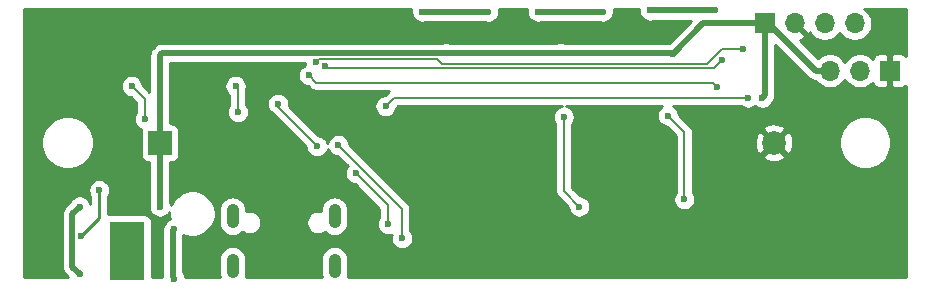
<source format=gbr>
%TF.GenerationSoftware,KiCad,Pcbnew,5.1.12-84ad8e8a86~92~ubuntu20.04.1*%
%TF.CreationDate,2021-11-18T17:44:13-07:00*%
%TF.ProjectId,snail-bot,736e6169-6c2d-4626-9f74-2e6b69636164,rev?*%
%TF.SameCoordinates,Original*%
%TF.FileFunction,Copper,L2,Bot*%
%TF.FilePolarity,Positive*%
%FSLAX46Y46*%
G04 Gerber Fmt 4.6, Leading zero omitted, Abs format (unit mm)*
G04 Created by KiCad (PCBNEW 5.1.12-84ad8e8a86~92~ubuntu20.04.1) date 2021-11-18 17:44:13*
%MOMM*%
%LPD*%
G01*
G04 APERTURE LIST*
%TA.AperFunction,ComponentPad*%
%ADD10C,0.600000*%
%TD*%
%TA.AperFunction,SMDPad,CuDef*%
%ADD11R,3.000000X5.000000*%
%TD*%
%TA.AperFunction,ComponentPad*%
%ADD12O,1.700000X1.700000*%
%TD*%
%TA.AperFunction,ComponentPad*%
%ADD13R,1.700000X1.700000*%
%TD*%
%TA.AperFunction,ComponentPad*%
%ADD14O,1.050000X2.100000*%
%TD*%
%TA.AperFunction,ComponentPad*%
%ADD15R,2.000000X2.000000*%
%TD*%
%TA.AperFunction,ComponentPad*%
%ADD16C,2.000000*%
%TD*%
%TA.AperFunction,ViaPad*%
%ADD17C,0.600000*%
%TD*%
%TA.AperFunction,Conductor*%
%ADD18C,0.500000*%
%TD*%
%TA.AperFunction,Conductor*%
%ADD19C,0.150000*%
%TD*%
%TA.AperFunction,Conductor*%
%ADD20C,0.250000*%
%TD*%
%TA.AperFunction,Conductor*%
%ADD21C,0.254000*%
%TD*%
%TA.AperFunction,Conductor*%
%ADD22C,0.100000*%
%TD*%
G04 APERTURE END LIST*
D10*
%TO.P,U5,9*%
%TO.N,N/C*%
X48400000Y-82600000D03*
X50400000Y-82600000D03*
X48400000Y-85700000D03*
X50400000Y-85700000D03*
X49400000Y-84200000D03*
D11*
X49400000Y-84200000D03*
%TD*%
D12*
%TO.P,J8,3*%
%TO.N,VCC*%
X108920000Y-68900000D03*
%TO.P,J8,2*%
%TO.N,/SERIAL*%
X111460000Y-68900000D03*
D13*
%TO.P,J8,1*%
%TO.N,GND*%
X114000000Y-68900000D03*
%TD*%
D12*
%TO.P,J6,4*%
%TO.N,/SWCLK*%
X111020000Y-64900000D03*
%TO.P,J6,3*%
%TO.N,/SWDIO*%
X108480000Y-64900000D03*
%TO.P,J6,2*%
%TO.N,GND*%
X105940000Y-64900000D03*
D13*
%TO.P,J6,1*%
%TO.N,VCC*%
X103400000Y-64900000D03*
%TD*%
D14*
%TO.P,J4,S4*%
%TO.N,Net-(J4-PadS1)*%
X67000000Y-85400000D03*
%TO.P,J4,S3*%
X58360000Y-85400000D03*
%TO.P,J4,S2*%
X67000000Y-81220000D03*
%TO.P,J4,S1*%
X58360000Y-81220000D03*
%TD*%
D15*
%TO.P,BT1,1*%
%TO.N,VCC*%
X52200000Y-75000000D03*
D16*
%TO.P,BT1,2*%
%TO.N,GND*%
X104190000Y-75000000D03*
%TD*%
D17*
%TO.N,VCC*%
X53400000Y-86500000D03*
X53400000Y-82300000D03*
X52200000Y-80400000D03*
X76400000Y-67400000D03*
X95600000Y-67500000D03*
X86100000Y-67400000D03*
X87700000Y-80400000D03*
X86400000Y-72800000D03*
X96600000Y-79800000D03*
X95200000Y-72700000D03*
X103200000Y-71200000D03*
%TO.N,GND*%
X73700000Y-80800000D03*
X83800000Y-86000000D03*
X74100000Y-86000000D03*
X83700000Y-80700000D03*
X87800000Y-86100000D03*
X92400000Y-86000000D03*
X90100000Y-80900000D03*
X95100000Y-81600000D03*
X96500000Y-86000000D03*
X101000000Y-86000000D03*
X98700000Y-80800000D03*
X101100000Y-72100000D03*
X94000000Y-73000000D03*
X92600000Y-77300000D03*
X90100000Y-77300000D03*
X87500000Y-73900000D03*
X85500000Y-74200000D03*
X78600000Y-72900000D03*
X81900000Y-76300000D03*
X103700000Y-81600000D03*
X105300000Y-85800000D03*
X115000000Y-86000000D03*
X115100000Y-64100000D03*
X115000000Y-74400000D03*
X112600000Y-64000000D03*
X108700000Y-77600000D03*
X58600000Y-79300000D03*
X65800000Y-79000000D03*
X67500000Y-77700000D03*
X62300000Y-77000000D03*
X60800000Y-71100000D03*
X55300000Y-78700000D03*
X53300000Y-79400000D03*
X75500000Y-76400000D03*
X72700000Y-74000000D03*
X46800000Y-71500000D03*
X44900000Y-72500000D03*
X53600000Y-68800000D03*
%TO.N,/MOTOR_OUT_1B*%
X80000000Y-63900000D03*
X74400000Y-63900000D03*
%TO.N,/MOTOR_OUT_2B*%
X89700000Y-63900000D03*
X84200000Y-63900000D03*
%TO.N,/MOTOR_OUT_3B*%
X99200000Y-63800000D03*
X93700000Y-63800000D03*
%TO.N,+5V*%
X45400000Y-86100000D03*
X45400000Y-80400000D03*
%TO.N,/SENSOR_2*%
X50900000Y-73000000D03*
X49800000Y-70200000D03*
%TO.N,/SENSOR_3*%
X58800000Y-72400000D03*
X58600000Y-70200000D03*
%TO.N,/SERIAL*%
X99400000Y-70300000D03*
X64800000Y-69300000D03*
%TO.N,/SWCLK*%
X65400000Y-68200000D03*
X101600000Y-67100000D03*
%TO.N,/SWDIO*%
X99800000Y-68000000D03*
X66200000Y-68500020D03*
%TO.N,/SW1*%
X101976697Y-71175011D03*
X71300000Y-71900000D03*
%TO.N,Net-(R2-Pad1)*%
X72700000Y-83100000D03*
X67300000Y-75200000D03*
%TO.N,Net-(R8-Pad2)*%
X45530073Y-82865699D03*
X47062510Y-79007755D03*
%TO.N,Net-(R9-Pad1)*%
X68800000Y-77600000D03*
X71500000Y-81900000D03*
%TO.N,/SENSOR_ENABLE*%
X65500000Y-75300000D03*
X62187500Y-71687500D03*
%TD*%
D18*
%TO.N,VCC*%
X53286996Y-82413004D02*
X53400000Y-82300000D01*
X53286996Y-86341384D02*
X53286996Y-82413004D01*
X52200000Y-75000000D02*
X52200000Y-80400000D01*
X52200000Y-75000000D02*
X52200000Y-67600000D01*
X52400000Y-67400000D02*
X76400000Y-67400000D01*
X52200000Y-67600000D02*
X52400000Y-67400000D01*
X95500000Y-67400000D02*
X95600000Y-67500000D01*
X98200000Y-64900000D02*
X103400000Y-64900000D01*
X95600000Y-67500000D02*
X98200000Y-64900000D01*
X86100000Y-67400000D02*
X95500000Y-67400000D01*
X76400000Y-67400000D02*
X86100000Y-67400000D01*
D19*
X86400000Y-79100000D02*
X86400000Y-72800000D01*
X87700000Y-80400000D02*
X86400000Y-79100000D01*
X96600000Y-74100000D02*
X95200000Y-72700000D01*
X96600000Y-79800000D02*
X96600000Y-74100000D01*
D18*
X103717919Y-64900000D02*
X103400000Y-64900000D01*
X107717919Y-68900000D02*
X103717919Y-64900000D01*
X108920000Y-68900000D02*
X107717919Y-68900000D01*
X103400000Y-71000000D02*
X103200000Y-71200000D01*
X103400000Y-64900000D02*
X103400000Y-71000000D01*
D20*
%TO.N,GND*%
X63000000Y-77700000D02*
X62300000Y-77000000D01*
X67500000Y-77700000D02*
X63000000Y-77700000D01*
X45900000Y-71500000D02*
X44900000Y-72500000D01*
X46800000Y-71500000D02*
X45900000Y-71500000D01*
D18*
X105940000Y-64900000D02*
X107500000Y-66460000D01*
%TO.N,/MOTOR_OUT_1B*%
X80000000Y-63900000D02*
X74400000Y-63900000D01*
%TO.N,/MOTOR_OUT_2B*%
X89700000Y-63900000D02*
X84200000Y-63900000D01*
%TO.N,/MOTOR_OUT_3B*%
X99200000Y-63800000D02*
X93700000Y-63800000D01*
%TO.N,+5V*%
X45400000Y-86100000D02*
X44780072Y-85480072D01*
X44780072Y-85480072D02*
X44780072Y-81019928D01*
X44780072Y-81019928D02*
X45400000Y-80400000D01*
D19*
%TO.N,/SENSOR_2*%
X50900000Y-71300000D02*
X49800000Y-70200000D01*
X50900000Y-73000000D02*
X50900000Y-71300000D01*
%TO.N,/SENSOR_3*%
X58800000Y-70400000D02*
X58600000Y-70200000D01*
X58800000Y-72400000D02*
X58800000Y-70400000D01*
%TO.N,/SERIAL*%
X99400000Y-70300000D02*
X99000000Y-69900000D01*
X65400000Y-69900000D02*
X64800000Y-69300000D01*
X99000000Y-69900000D02*
X65400000Y-69900000D01*
%TO.N,/SWCLK*%
X75698998Y-67925010D02*
X76123999Y-68350011D01*
X65674990Y-67925010D02*
X75698998Y-67925010D01*
X65400000Y-68200000D02*
X65674990Y-67925010D01*
X76123999Y-68350011D02*
X98549989Y-68350011D01*
X99800000Y-67100000D02*
X101600000Y-67100000D01*
X98549989Y-68350011D02*
X99800000Y-67100000D01*
%TO.N,/SWDIO*%
X99800000Y-68000000D02*
X99099978Y-68700022D01*
X99099978Y-68700022D02*
X66400002Y-68700022D01*
X66400002Y-68700022D02*
X66200000Y-68500020D01*
%TO.N,/SW1*%
X72575011Y-71175011D02*
X101976697Y-71175011D01*
X72024989Y-71175011D02*
X71300000Y-71900000D01*
X72575011Y-71175011D02*
X72024989Y-71175011D01*
%TO.N,Net-(R2-Pad1)*%
X72700000Y-80600000D02*
X67300000Y-75200000D01*
X72700000Y-83100000D02*
X72700000Y-80600000D01*
D20*
%TO.N,Net-(R8-Pad2)*%
X45530073Y-82865699D02*
X47062510Y-81333262D01*
X47062510Y-81333262D02*
X47062510Y-79007755D01*
D19*
%TO.N,Net-(R9-Pad1)*%
X71500000Y-80300000D02*
X71500000Y-81900000D01*
X68800000Y-77600000D02*
X71500000Y-80300000D01*
%TO.N,/SENSOR_ENABLE*%
X65500000Y-75300000D02*
X62187500Y-71987500D01*
X62187500Y-71987500D02*
X62187500Y-71687500D01*
%TD*%
D21*
%TO.N,GND*%
X115340000Y-67646112D02*
X115301185Y-67598815D01*
X115204494Y-67519463D01*
X115094180Y-67460498D01*
X114974482Y-67424188D01*
X114850000Y-67411928D01*
X114285750Y-67415000D01*
X114127000Y-67573750D01*
X114127000Y-68773000D01*
X114147000Y-68773000D01*
X114147000Y-69027000D01*
X114127000Y-69027000D01*
X114127000Y-70226250D01*
X114285750Y-70385000D01*
X114850000Y-70388072D01*
X114974482Y-70375812D01*
X115094180Y-70339502D01*
X115204494Y-70280537D01*
X115301185Y-70201185D01*
X115340000Y-70153888D01*
X115340001Y-86340000D01*
X68086307Y-86340000D01*
X68143215Y-86152400D01*
X68160000Y-85981979D01*
X68160000Y-84818021D01*
X68143215Y-84647600D01*
X68076885Y-84428940D01*
X67969171Y-84227421D01*
X67824212Y-84050788D01*
X67647578Y-83905829D01*
X67446059Y-83798115D01*
X67227399Y-83731785D01*
X67000000Y-83709388D01*
X66772600Y-83731785D01*
X66553940Y-83798115D01*
X66352421Y-83905829D01*
X66175788Y-84050788D01*
X66030829Y-84227422D01*
X65923115Y-84428941D01*
X65856785Y-84647601D01*
X65840000Y-84818022D01*
X65840000Y-85981979D01*
X65856785Y-86152400D01*
X65913693Y-86340000D01*
X59446307Y-86340000D01*
X59503215Y-86152400D01*
X59520000Y-85981979D01*
X59520000Y-84818021D01*
X59503215Y-84647600D01*
X59436885Y-84428940D01*
X59329171Y-84227421D01*
X59184212Y-84050788D01*
X59007578Y-83905829D01*
X58806059Y-83798115D01*
X58587399Y-83731785D01*
X58360000Y-83709388D01*
X58132600Y-83731785D01*
X57913940Y-83798115D01*
X57712421Y-83905829D01*
X57535788Y-84050788D01*
X57390829Y-84227422D01*
X57283115Y-84428941D01*
X57216785Y-84647601D01*
X57200000Y-84818022D01*
X57200000Y-85981979D01*
X57216785Y-86152400D01*
X57273693Y-86340000D01*
X54321491Y-86340000D01*
X54299068Y-86227271D01*
X54228586Y-86057111D01*
X54171996Y-85972418D01*
X54171996Y-82827582D01*
X54192283Y-82797220D01*
X54379748Y-82874870D01*
X54757449Y-82950000D01*
X55142551Y-82950000D01*
X55520252Y-82874870D01*
X55876040Y-82727498D01*
X56196240Y-82513547D01*
X56468547Y-82241240D01*
X56682498Y-81921040D01*
X56829870Y-81565252D01*
X56905000Y-81187551D01*
X56905000Y-80802449D01*
X56872294Y-80638022D01*
X57200000Y-80638022D01*
X57200000Y-81801979D01*
X57216785Y-81972400D01*
X57283115Y-82191060D01*
X57390830Y-82392579D01*
X57535789Y-82569212D01*
X57712422Y-82714171D01*
X57913941Y-82821885D01*
X58132601Y-82888215D01*
X58360000Y-82910612D01*
X58587400Y-82888215D01*
X58806060Y-82821885D01*
X59007579Y-82714171D01*
X59184212Y-82569212D01*
X59205062Y-82543806D01*
X59323428Y-82622896D01*
X59502686Y-82697147D01*
X59692986Y-82735000D01*
X59887014Y-82735000D01*
X60077314Y-82697147D01*
X60256572Y-82622896D01*
X60417901Y-82515099D01*
X60555099Y-82377901D01*
X60662896Y-82216572D01*
X60737147Y-82037314D01*
X60775000Y-81847014D01*
X60775000Y-81652986D01*
X64585000Y-81652986D01*
X64585000Y-81847014D01*
X64622853Y-82037314D01*
X64697104Y-82216572D01*
X64804901Y-82377901D01*
X64942099Y-82515099D01*
X65103428Y-82622896D01*
X65282686Y-82697147D01*
X65472986Y-82735000D01*
X65667014Y-82735000D01*
X65857314Y-82697147D01*
X66036572Y-82622896D01*
X66154939Y-82543806D01*
X66175789Y-82569212D01*
X66352422Y-82714171D01*
X66553941Y-82821885D01*
X66772601Y-82888215D01*
X67000000Y-82910612D01*
X67227400Y-82888215D01*
X67446060Y-82821885D01*
X67647579Y-82714171D01*
X67824212Y-82569212D01*
X67969171Y-82392579D01*
X68076885Y-82191060D01*
X68143215Y-81972400D01*
X68160000Y-81801979D01*
X68160000Y-80638021D01*
X68143215Y-80467600D01*
X68076885Y-80248940D01*
X67969171Y-80047421D01*
X67824212Y-79870788D01*
X67647578Y-79725829D01*
X67446059Y-79618115D01*
X67227399Y-79551785D01*
X67000000Y-79529388D01*
X66772600Y-79551785D01*
X66553940Y-79618115D01*
X66352421Y-79725829D01*
X66175788Y-79870788D01*
X66030829Y-80047422D01*
X65923115Y-80248941D01*
X65856785Y-80467601D01*
X65840000Y-80638022D01*
X65840000Y-80799409D01*
X65667014Y-80765000D01*
X65472986Y-80765000D01*
X65282686Y-80802853D01*
X65103428Y-80877104D01*
X64942099Y-80984901D01*
X64804901Y-81122099D01*
X64697104Y-81283428D01*
X64622853Y-81462686D01*
X64585000Y-81652986D01*
X60775000Y-81652986D01*
X60737147Y-81462686D01*
X60662896Y-81283428D01*
X60555099Y-81122099D01*
X60417901Y-80984901D01*
X60256572Y-80877104D01*
X60077314Y-80802853D01*
X59887014Y-80765000D01*
X59692986Y-80765000D01*
X59520000Y-80799409D01*
X59520000Y-80638021D01*
X59503215Y-80467600D01*
X59436885Y-80248940D01*
X59329171Y-80047421D01*
X59184212Y-79870788D01*
X59007578Y-79725829D01*
X58806059Y-79618115D01*
X58587399Y-79551785D01*
X58360000Y-79529388D01*
X58132600Y-79551785D01*
X57913940Y-79618115D01*
X57712421Y-79725829D01*
X57535788Y-79870788D01*
X57390829Y-80047422D01*
X57283115Y-80248941D01*
X57216785Y-80467601D01*
X57200000Y-80638022D01*
X56872294Y-80638022D01*
X56829870Y-80424748D01*
X56682498Y-80068960D01*
X56468547Y-79748760D01*
X56196240Y-79476453D01*
X55876040Y-79262502D01*
X55520252Y-79115130D01*
X55142551Y-79040000D01*
X54757449Y-79040000D01*
X54379748Y-79115130D01*
X54023960Y-79262502D01*
X53703760Y-79476453D01*
X53431453Y-79748760D01*
X53217502Y-80068960D01*
X53129655Y-80281041D01*
X53099068Y-80127271D01*
X53085000Y-80093308D01*
X53085000Y-76638072D01*
X53200000Y-76638072D01*
X53324482Y-76625812D01*
X53444180Y-76589502D01*
X53554494Y-76530537D01*
X53651185Y-76451185D01*
X53730537Y-76354494D01*
X53789502Y-76244180D01*
X53825812Y-76124482D01*
X53838072Y-76000000D01*
X53838072Y-74000000D01*
X53825812Y-73875518D01*
X53789502Y-73755820D01*
X53730537Y-73645506D01*
X53651185Y-73548815D01*
X53554494Y-73469463D01*
X53444180Y-73410498D01*
X53324482Y-73374188D01*
X53200000Y-73361928D01*
X53085000Y-73361928D01*
X53085000Y-70107911D01*
X57665000Y-70107911D01*
X57665000Y-70292089D01*
X57700932Y-70472729D01*
X57771414Y-70642889D01*
X57873738Y-70796028D01*
X58003972Y-70926262D01*
X58090001Y-70983744D01*
X58090000Y-71787710D01*
X58073738Y-71803972D01*
X57971414Y-71957111D01*
X57900932Y-72127271D01*
X57865000Y-72307911D01*
X57865000Y-72492089D01*
X57900932Y-72672729D01*
X57971414Y-72842889D01*
X58073738Y-72996028D01*
X58203972Y-73126262D01*
X58357111Y-73228586D01*
X58527271Y-73299068D01*
X58707911Y-73335000D01*
X58892089Y-73335000D01*
X59072729Y-73299068D01*
X59242889Y-73228586D01*
X59396028Y-73126262D01*
X59526262Y-72996028D01*
X59628586Y-72842889D01*
X59699068Y-72672729D01*
X59735000Y-72492089D01*
X59735000Y-72307911D01*
X59699068Y-72127271D01*
X59628586Y-71957111D01*
X59526262Y-71803972D01*
X59510000Y-71787710D01*
X59510000Y-71595411D01*
X61252500Y-71595411D01*
X61252500Y-71779589D01*
X61288432Y-71960229D01*
X61358914Y-72130389D01*
X61461238Y-72283528D01*
X61591472Y-72413762D01*
X61652065Y-72454249D01*
X61683025Y-72491974D01*
X61710117Y-72514208D01*
X64565000Y-75369092D01*
X64565000Y-75392089D01*
X64600932Y-75572729D01*
X64671414Y-75742889D01*
X64773738Y-75896028D01*
X64903972Y-76026262D01*
X65057111Y-76128586D01*
X65227271Y-76199068D01*
X65407911Y-76235000D01*
X65592089Y-76235000D01*
X65772729Y-76199068D01*
X65942889Y-76128586D01*
X66096028Y-76026262D01*
X66226262Y-75896028D01*
X66328586Y-75742889D01*
X66399068Y-75572729D01*
X66413111Y-75502132D01*
X66471414Y-75642889D01*
X66573738Y-75796028D01*
X66703972Y-75926262D01*
X66857111Y-76028586D01*
X67027271Y-76099068D01*
X67207911Y-76135000D01*
X67230909Y-76135000D01*
X68086809Y-76990901D01*
X68073738Y-77003972D01*
X67971414Y-77157111D01*
X67900932Y-77327271D01*
X67865000Y-77507911D01*
X67865000Y-77692089D01*
X67900932Y-77872729D01*
X67971414Y-78042889D01*
X68073738Y-78196028D01*
X68203972Y-78326262D01*
X68357111Y-78428586D01*
X68527271Y-78499068D01*
X68707911Y-78535000D01*
X68730909Y-78535000D01*
X70790000Y-80594091D01*
X70790001Y-81287709D01*
X70773738Y-81303972D01*
X70671414Y-81457111D01*
X70600932Y-81627271D01*
X70565000Y-81807911D01*
X70565000Y-81992089D01*
X70600932Y-82172729D01*
X70671414Y-82342889D01*
X70773738Y-82496028D01*
X70903972Y-82626262D01*
X71057111Y-82728586D01*
X71227271Y-82799068D01*
X71407911Y-82835000D01*
X71592089Y-82835000D01*
X71772729Y-82799068D01*
X71820874Y-82779126D01*
X71800932Y-82827271D01*
X71765000Y-83007911D01*
X71765000Y-83192089D01*
X71800932Y-83372729D01*
X71871414Y-83542889D01*
X71973738Y-83696028D01*
X72103972Y-83826262D01*
X72257111Y-83928586D01*
X72427271Y-83999068D01*
X72607911Y-84035000D01*
X72792089Y-84035000D01*
X72972729Y-83999068D01*
X73142889Y-83928586D01*
X73296028Y-83826262D01*
X73426262Y-83696028D01*
X73528586Y-83542889D01*
X73599068Y-83372729D01*
X73635000Y-83192089D01*
X73635000Y-83007911D01*
X73599068Y-82827271D01*
X73528586Y-82657111D01*
X73426262Y-82503972D01*
X73410000Y-82487710D01*
X73410000Y-80634874D01*
X73413435Y-80599999D01*
X73407445Y-80539185D01*
X73399727Y-80460816D01*
X73359128Y-80326980D01*
X73293200Y-80203637D01*
X73204475Y-80095525D01*
X73177384Y-80073292D01*
X68235000Y-75130909D01*
X68235000Y-75107911D01*
X68199068Y-74927271D01*
X68128586Y-74757111D01*
X68026262Y-74603972D01*
X67896028Y-74473738D01*
X67742889Y-74371414D01*
X67572729Y-74300932D01*
X67392089Y-74265000D01*
X67207911Y-74265000D01*
X67027271Y-74300932D01*
X66857111Y-74371414D01*
X66703972Y-74473738D01*
X66573738Y-74603972D01*
X66471414Y-74757111D01*
X66400932Y-74927271D01*
X66386889Y-74997868D01*
X66328586Y-74857111D01*
X66226262Y-74703972D01*
X66096028Y-74573738D01*
X65942889Y-74471414D01*
X65772729Y-74400932D01*
X65592089Y-74365000D01*
X65569092Y-74365000D01*
X63099468Y-71895377D01*
X63122500Y-71779589D01*
X63122500Y-71595411D01*
X63086568Y-71414771D01*
X63016086Y-71244611D01*
X62913762Y-71091472D01*
X62783528Y-70961238D01*
X62630389Y-70858914D01*
X62460229Y-70788432D01*
X62279589Y-70752500D01*
X62095411Y-70752500D01*
X61914771Y-70788432D01*
X61744611Y-70858914D01*
X61591472Y-70961238D01*
X61461238Y-71091472D01*
X61358914Y-71244611D01*
X61288432Y-71414771D01*
X61252500Y-71595411D01*
X59510000Y-71595411D01*
X59510000Y-70434875D01*
X59513337Y-70400995D01*
X59535000Y-70292089D01*
X59535000Y-70107911D01*
X59499068Y-69927271D01*
X59428586Y-69757111D01*
X59326262Y-69603972D01*
X59196028Y-69473738D01*
X59042889Y-69371414D01*
X58872729Y-69300932D01*
X58692089Y-69265000D01*
X58507911Y-69265000D01*
X58327271Y-69300932D01*
X58157111Y-69371414D01*
X58003972Y-69473738D01*
X57873738Y-69603972D01*
X57771414Y-69757111D01*
X57700932Y-69927271D01*
X57665000Y-70107911D01*
X53085000Y-70107911D01*
X53085000Y-68285000D01*
X64465000Y-68285000D01*
X64465000Y-68292089D01*
X64489743Y-68416477D01*
X64357111Y-68471414D01*
X64203972Y-68573738D01*
X64073738Y-68703972D01*
X63971414Y-68857111D01*
X63900932Y-69027271D01*
X63865000Y-69207911D01*
X63865000Y-69392089D01*
X63900932Y-69572729D01*
X63971414Y-69742889D01*
X64073738Y-69896028D01*
X64203972Y-70026262D01*
X64357111Y-70128586D01*
X64527271Y-70199068D01*
X64707911Y-70235000D01*
X64730908Y-70235000D01*
X64873292Y-70377384D01*
X64895525Y-70404475D01*
X65003637Y-70493200D01*
X65126980Y-70559128D01*
X65260816Y-70599727D01*
X65365123Y-70610000D01*
X65365124Y-70610000D01*
X65399999Y-70613435D01*
X65434874Y-70610000D01*
X71594278Y-70610000D01*
X71520514Y-70670536D01*
X71498281Y-70697627D01*
X71230908Y-70965000D01*
X71207911Y-70965000D01*
X71027271Y-71000932D01*
X70857111Y-71071414D01*
X70703972Y-71173738D01*
X70573738Y-71303972D01*
X70471414Y-71457111D01*
X70400932Y-71627271D01*
X70365000Y-71807911D01*
X70365000Y-71992089D01*
X70400932Y-72172729D01*
X70471414Y-72342889D01*
X70573738Y-72496028D01*
X70703972Y-72626262D01*
X70857111Y-72728586D01*
X71027271Y-72799068D01*
X71207911Y-72835000D01*
X71392089Y-72835000D01*
X71572729Y-72799068D01*
X71742889Y-72728586D01*
X71896028Y-72626262D01*
X72026262Y-72496028D01*
X72128586Y-72342889D01*
X72199068Y-72172729D01*
X72235000Y-71992089D01*
X72235000Y-71969092D01*
X72319081Y-71885011D01*
X86207310Y-71885011D01*
X86127271Y-71900932D01*
X85957111Y-71971414D01*
X85803972Y-72073738D01*
X85673738Y-72203972D01*
X85571414Y-72357111D01*
X85500932Y-72527271D01*
X85465000Y-72707911D01*
X85465000Y-72892089D01*
X85500932Y-73072729D01*
X85571414Y-73242889D01*
X85673738Y-73396028D01*
X85690001Y-73412291D01*
X85690000Y-79065125D01*
X85686565Y-79100000D01*
X85690000Y-79134875D01*
X85690000Y-79134876D01*
X85700273Y-79239183D01*
X85740872Y-79373019D01*
X85806800Y-79496362D01*
X85895525Y-79604474D01*
X85922617Y-79626708D01*
X86765000Y-80469091D01*
X86765000Y-80492089D01*
X86800932Y-80672729D01*
X86871414Y-80842889D01*
X86973738Y-80996028D01*
X87103972Y-81126262D01*
X87257111Y-81228586D01*
X87427271Y-81299068D01*
X87607911Y-81335000D01*
X87792089Y-81335000D01*
X87972729Y-81299068D01*
X88142889Y-81228586D01*
X88296028Y-81126262D01*
X88426262Y-80996028D01*
X88528586Y-80842889D01*
X88599068Y-80672729D01*
X88635000Y-80492089D01*
X88635000Y-80307911D01*
X88599068Y-80127271D01*
X88528586Y-79957111D01*
X88426262Y-79803972D01*
X88296028Y-79673738D01*
X88142889Y-79571414D01*
X87972729Y-79500932D01*
X87792089Y-79465000D01*
X87769091Y-79465000D01*
X87110000Y-78805909D01*
X87110000Y-73412290D01*
X87126262Y-73396028D01*
X87228586Y-73242889D01*
X87299068Y-73072729D01*
X87335000Y-72892089D01*
X87335000Y-72707911D01*
X87299068Y-72527271D01*
X87228586Y-72357111D01*
X87126262Y-72203972D01*
X86996028Y-72073738D01*
X86842889Y-71971414D01*
X86672729Y-71900932D01*
X86592690Y-71885011D01*
X94736762Y-71885011D01*
X94603972Y-71973738D01*
X94473738Y-72103972D01*
X94371414Y-72257111D01*
X94300932Y-72427271D01*
X94265000Y-72607911D01*
X94265000Y-72792089D01*
X94300932Y-72972729D01*
X94371414Y-73142889D01*
X94473738Y-73296028D01*
X94603972Y-73426262D01*
X94757111Y-73528586D01*
X94927271Y-73599068D01*
X95107911Y-73635000D01*
X95130909Y-73635000D01*
X95890001Y-74394093D01*
X95890000Y-79187710D01*
X95873738Y-79203972D01*
X95771414Y-79357111D01*
X95700932Y-79527271D01*
X95665000Y-79707911D01*
X95665000Y-79892089D01*
X95700932Y-80072729D01*
X95771414Y-80242889D01*
X95873738Y-80396028D01*
X96003972Y-80526262D01*
X96157111Y-80628586D01*
X96327271Y-80699068D01*
X96507911Y-80735000D01*
X96692089Y-80735000D01*
X96872729Y-80699068D01*
X97042889Y-80628586D01*
X97196028Y-80526262D01*
X97326262Y-80396028D01*
X97428586Y-80242889D01*
X97499068Y-80072729D01*
X97535000Y-79892089D01*
X97535000Y-79707911D01*
X97499068Y-79527271D01*
X97428586Y-79357111D01*
X97326262Y-79203972D01*
X97310000Y-79187710D01*
X97310000Y-76135413D01*
X103234192Y-76135413D01*
X103329956Y-76399814D01*
X103619571Y-76540704D01*
X103931108Y-76622384D01*
X104252595Y-76641718D01*
X104571675Y-76597961D01*
X104876088Y-76492795D01*
X105050044Y-76399814D01*
X105145808Y-76135413D01*
X104190000Y-75179605D01*
X103234192Y-76135413D01*
X97310000Y-76135413D01*
X97310000Y-75062595D01*
X102548282Y-75062595D01*
X102592039Y-75381675D01*
X102697205Y-75686088D01*
X102790186Y-75860044D01*
X103054587Y-75955808D01*
X104010395Y-75000000D01*
X104369605Y-75000000D01*
X105325413Y-75955808D01*
X105589814Y-75860044D01*
X105730704Y-75570429D01*
X105812384Y-75258892D01*
X105831718Y-74937405D01*
X105810115Y-74779872D01*
X109665000Y-74779872D01*
X109665000Y-75220128D01*
X109750890Y-75651925D01*
X109919369Y-76058669D01*
X110163962Y-76424729D01*
X110475271Y-76736038D01*
X110841331Y-76980631D01*
X111248075Y-77149110D01*
X111679872Y-77235000D01*
X112120128Y-77235000D01*
X112551925Y-77149110D01*
X112958669Y-76980631D01*
X113324729Y-76736038D01*
X113636038Y-76424729D01*
X113880631Y-76058669D01*
X114049110Y-75651925D01*
X114135000Y-75220128D01*
X114135000Y-74779872D01*
X114049110Y-74348075D01*
X113880631Y-73941331D01*
X113636038Y-73575271D01*
X113324729Y-73263962D01*
X112958669Y-73019369D01*
X112551925Y-72850890D01*
X112120128Y-72765000D01*
X111679872Y-72765000D01*
X111248075Y-72850890D01*
X110841331Y-73019369D01*
X110475271Y-73263962D01*
X110163962Y-73575271D01*
X109919369Y-73941331D01*
X109750890Y-74348075D01*
X109665000Y-74779872D01*
X105810115Y-74779872D01*
X105787961Y-74618325D01*
X105682795Y-74313912D01*
X105589814Y-74139956D01*
X105325413Y-74044192D01*
X104369605Y-75000000D01*
X104010395Y-75000000D01*
X103054587Y-74044192D01*
X102790186Y-74139956D01*
X102649296Y-74429571D01*
X102567616Y-74741108D01*
X102548282Y-75062595D01*
X97310000Y-75062595D01*
X97310000Y-74134875D01*
X97313435Y-74100000D01*
X97310000Y-74065123D01*
X97299727Y-73960816D01*
X97270537Y-73864587D01*
X103234192Y-73864587D01*
X104190000Y-74820395D01*
X105145808Y-73864587D01*
X105050044Y-73600186D01*
X104760429Y-73459296D01*
X104448892Y-73377616D01*
X104127405Y-73358282D01*
X103808325Y-73402039D01*
X103503912Y-73507205D01*
X103329956Y-73600186D01*
X103234192Y-73864587D01*
X97270537Y-73864587D01*
X97259128Y-73826980D01*
X97193200Y-73703637D01*
X97104475Y-73595525D01*
X97077384Y-73573292D01*
X96135000Y-72630909D01*
X96135000Y-72607911D01*
X96099068Y-72427271D01*
X96028586Y-72257111D01*
X95926262Y-72103972D01*
X95796028Y-71973738D01*
X95663238Y-71885011D01*
X101364407Y-71885011D01*
X101380669Y-71901273D01*
X101533808Y-72003597D01*
X101703968Y-72074079D01*
X101884608Y-72110011D01*
X102068786Y-72110011D01*
X102249426Y-72074079D01*
X102419586Y-72003597D01*
X102572725Y-71901273D01*
X102575854Y-71898144D01*
X102603972Y-71926262D01*
X102757111Y-72028586D01*
X102927271Y-72099068D01*
X103107911Y-72135000D01*
X103292089Y-72135000D01*
X103472729Y-72099068D01*
X103642889Y-72028586D01*
X103796028Y-71926262D01*
X103926262Y-71796028D01*
X104028586Y-71642889D01*
X104040119Y-71615046D01*
X104139411Y-71494059D01*
X104221589Y-71340313D01*
X104272195Y-71173490D01*
X104285000Y-71043477D01*
X104285000Y-71043469D01*
X104289281Y-71000000D01*
X104285000Y-70956531D01*
X104285000Y-66718659D01*
X107061389Y-69495049D01*
X107089102Y-69528817D01*
X107122870Y-69556530D01*
X107122872Y-69556532D01*
X107179994Y-69603411D01*
X107223860Y-69639411D01*
X107377606Y-69721589D01*
X107544429Y-69772195D01*
X107674442Y-69785000D01*
X107674452Y-69785000D01*
X107717918Y-69789281D01*
X107727569Y-69788330D01*
X107766525Y-69846632D01*
X107973368Y-70053475D01*
X108216589Y-70215990D01*
X108486842Y-70327932D01*
X108773740Y-70385000D01*
X109066260Y-70385000D01*
X109353158Y-70327932D01*
X109623411Y-70215990D01*
X109866632Y-70053475D01*
X110073475Y-69846632D01*
X110190000Y-69672240D01*
X110306525Y-69846632D01*
X110513368Y-70053475D01*
X110756589Y-70215990D01*
X111026842Y-70327932D01*
X111313740Y-70385000D01*
X111606260Y-70385000D01*
X111893158Y-70327932D01*
X112163411Y-70215990D01*
X112406632Y-70053475D01*
X112538487Y-69921620D01*
X112560498Y-69994180D01*
X112619463Y-70104494D01*
X112698815Y-70201185D01*
X112795506Y-70280537D01*
X112905820Y-70339502D01*
X113025518Y-70375812D01*
X113150000Y-70388072D01*
X113714250Y-70385000D01*
X113873000Y-70226250D01*
X113873000Y-69027000D01*
X113853000Y-69027000D01*
X113853000Y-68773000D01*
X113873000Y-68773000D01*
X113873000Y-67573750D01*
X113714250Y-67415000D01*
X113150000Y-67411928D01*
X113025518Y-67424188D01*
X112905820Y-67460498D01*
X112795506Y-67519463D01*
X112698815Y-67598815D01*
X112619463Y-67695506D01*
X112560498Y-67805820D01*
X112538487Y-67878380D01*
X112406632Y-67746525D01*
X112163411Y-67584010D01*
X111893158Y-67472068D01*
X111606260Y-67415000D01*
X111313740Y-67415000D01*
X111026842Y-67472068D01*
X110756589Y-67584010D01*
X110513368Y-67746525D01*
X110306525Y-67953368D01*
X110190000Y-68127760D01*
X110073475Y-67953368D01*
X109866632Y-67746525D01*
X109623411Y-67584010D01*
X109353158Y-67472068D01*
X109066260Y-67415000D01*
X108773740Y-67415000D01*
X108486842Y-67472068D01*
X108216589Y-67584010D01*
X107973368Y-67746525D01*
X107894695Y-67825198D01*
X106384423Y-66314926D01*
X106444099Y-66296825D01*
X106706920Y-66171641D01*
X106940269Y-65997588D01*
X107135178Y-65781355D01*
X107204805Y-65664466D01*
X107326525Y-65846632D01*
X107533368Y-66053475D01*
X107776589Y-66215990D01*
X108046842Y-66327932D01*
X108333740Y-66385000D01*
X108626260Y-66385000D01*
X108913158Y-66327932D01*
X109183411Y-66215990D01*
X109426632Y-66053475D01*
X109633475Y-65846632D01*
X109750000Y-65672240D01*
X109866525Y-65846632D01*
X110073368Y-66053475D01*
X110316589Y-66215990D01*
X110586842Y-66327932D01*
X110873740Y-66385000D01*
X111166260Y-66385000D01*
X111453158Y-66327932D01*
X111723411Y-66215990D01*
X111966632Y-66053475D01*
X112173475Y-65846632D01*
X112335990Y-65603411D01*
X112447932Y-65333158D01*
X112505000Y-65046260D01*
X112505000Y-64753740D01*
X112447932Y-64466842D01*
X112335990Y-64196589D01*
X112173475Y-63953368D01*
X111966632Y-63746525D01*
X111837138Y-63660000D01*
X115340000Y-63660000D01*
X115340000Y-67646112D01*
%TA.AperFunction,Conductor*%
D22*
G36*
X115340000Y-67646112D02*
G01*
X115301185Y-67598815D01*
X115204494Y-67519463D01*
X115094180Y-67460498D01*
X114974482Y-67424188D01*
X114850000Y-67411928D01*
X114285750Y-67415000D01*
X114127000Y-67573750D01*
X114127000Y-68773000D01*
X114147000Y-68773000D01*
X114147000Y-69027000D01*
X114127000Y-69027000D01*
X114127000Y-70226250D01*
X114285750Y-70385000D01*
X114850000Y-70388072D01*
X114974482Y-70375812D01*
X115094180Y-70339502D01*
X115204494Y-70280537D01*
X115301185Y-70201185D01*
X115340000Y-70153888D01*
X115340001Y-86340000D01*
X68086307Y-86340000D01*
X68143215Y-86152400D01*
X68160000Y-85981979D01*
X68160000Y-84818021D01*
X68143215Y-84647600D01*
X68076885Y-84428940D01*
X67969171Y-84227421D01*
X67824212Y-84050788D01*
X67647578Y-83905829D01*
X67446059Y-83798115D01*
X67227399Y-83731785D01*
X67000000Y-83709388D01*
X66772600Y-83731785D01*
X66553940Y-83798115D01*
X66352421Y-83905829D01*
X66175788Y-84050788D01*
X66030829Y-84227422D01*
X65923115Y-84428941D01*
X65856785Y-84647601D01*
X65840000Y-84818022D01*
X65840000Y-85981979D01*
X65856785Y-86152400D01*
X65913693Y-86340000D01*
X59446307Y-86340000D01*
X59503215Y-86152400D01*
X59520000Y-85981979D01*
X59520000Y-84818021D01*
X59503215Y-84647600D01*
X59436885Y-84428940D01*
X59329171Y-84227421D01*
X59184212Y-84050788D01*
X59007578Y-83905829D01*
X58806059Y-83798115D01*
X58587399Y-83731785D01*
X58360000Y-83709388D01*
X58132600Y-83731785D01*
X57913940Y-83798115D01*
X57712421Y-83905829D01*
X57535788Y-84050788D01*
X57390829Y-84227422D01*
X57283115Y-84428941D01*
X57216785Y-84647601D01*
X57200000Y-84818022D01*
X57200000Y-85981979D01*
X57216785Y-86152400D01*
X57273693Y-86340000D01*
X54321491Y-86340000D01*
X54299068Y-86227271D01*
X54228586Y-86057111D01*
X54171996Y-85972418D01*
X54171996Y-82827582D01*
X54192283Y-82797220D01*
X54379748Y-82874870D01*
X54757449Y-82950000D01*
X55142551Y-82950000D01*
X55520252Y-82874870D01*
X55876040Y-82727498D01*
X56196240Y-82513547D01*
X56468547Y-82241240D01*
X56682498Y-81921040D01*
X56829870Y-81565252D01*
X56905000Y-81187551D01*
X56905000Y-80802449D01*
X56872294Y-80638022D01*
X57200000Y-80638022D01*
X57200000Y-81801979D01*
X57216785Y-81972400D01*
X57283115Y-82191060D01*
X57390830Y-82392579D01*
X57535789Y-82569212D01*
X57712422Y-82714171D01*
X57913941Y-82821885D01*
X58132601Y-82888215D01*
X58360000Y-82910612D01*
X58587400Y-82888215D01*
X58806060Y-82821885D01*
X59007579Y-82714171D01*
X59184212Y-82569212D01*
X59205062Y-82543806D01*
X59323428Y-82622896D01*
X59502686Y-82697147D01*
X59692986Y-82735000D01*
X59887014Y-82735000D01*
X60077314Y-82697147D01*
X60256572Y-82622896D01*
X60417901Y-82515099D01*
X60555099Y-82377901D01*
X60662896Y-82216572D01*
X60737147Y-82037314D01*
X60775000Y-81847014D01*
X60775000Y-81652986D01*
X64585000Y-81652986D01*
X64585000Y-81847014D01*
X64622853Y-82037314D01*
X64697104Y-82216572D01*
X64804901Y-82377901D01*
X64942099Y-82515099D01*
X65103428Y-82622896D01*
X65282686Y-82697147D01*
X65472986Y-82735000D01*
X65667014Y-82735000D01*
X65857314Y-82697147D01*
X66036572Y-82622896D01*
X66154939Y-82543806D01*
X66175789Y-82569212D01*
X66352422Y-82714171D01*
X66553941Y-82821885D01*
X66772601Y-82888215D01*
X67000000Y-82910612D01*
X67227400Y-82888215D01*
X67446060Y-82821885D01*
X67647579Y-82714171D01*
X67824212Y-82569212D01*
X67969171Y-82392579D01*
X68076885Y-82191060D01*
X68143215Y-81972400D01*
X68160000Y-81801979D01*
X68160000Y-80638021D01*
X68143215Y-80467600D01*
X68076885Y-80248940D01*
X67969171Y-80047421D01*
X67824212Y-79870788D01*
X67647578Y-79725829D01*
X67446059Y-79618115D01*
X67227399Y-79551785D01*
X67000000Y-79529388D01*
X66772600Y-79551785D01*
X66553940Y-79618115D01*
X66352421Y-79725829D01*
X66175788Y-79870788D01*
X66030829Y-80047422D01*
X65923115Y-80248941D01*
X65856785Y-80467601D01*
X65840000Y-80638022D01*
X65840000Y-80799409D01*
X65667014Y-80765000D01*
X65472986Y-80765000D01*
X65282686Y-80802853D01*
X65103428Y-80877104D01*
X64942099Y-80984901D01*
X64804901Y-81122099D01*
X64697104Y-81283428D01*
X64622853Y-81462686D01*
X64585000Y-81652986D01*
X60775000Y-81652986D01*
X60737147Y-81462686D01*
X60662896Y-81283428D01*
X60555099Y-81122099D01*
X60417901Y-80984901D01*
X60256572Y-80877104D01*
X60077314Y-80802853D01*
X59887014Y-80765000D01*
X59692986Y-80765000D01*
X59520000Y-80799409D01*
X59520000Y-80638021D01*
X59503215Y-80467600D01*
X59436885Y-80248940D01*
X59329171Y-80047421D01*
X59184212Y-79870788D01*
X59007578Y-79725829D01*
X58806059Y-79618115D01*
X58587399Y-79551785D01*
X58360000Y-79529388D01*
X58132600Y-79551785D01*
X57913940Y-79618115D01*
X57712421Y-79725829D01*
X57535788Y-79870788D01*
X57390829Y-80047422D01*
X57283115Y-80248941D01*
X57216785Y-80467601D01*
X57200000Y-80638022D01*
X56872294Y-80638022D01*
X56829870Y-80424748D01*
X56682498Y-80068960D01*
X56468547Y-79748760D01*
X56196240Y-79476453D01*
X55876040Y-79262502D01*
X55520252Y-79115130D01*
X55142551Y-79040000D01*
X54757449Y-79040000D01*
X54379748Y-79115130D01*
X54023960Y-79262502D01*
X53703760Y-79476453D01*
X53431453Y-79748760D01*
X53217502Y-80068960D01*
X53129655Y-80281041D01*
X53099068Y-80127271D01*
X53085000Y-80093308D01*
X53085000Y-76638072D01*
X53200000Y-76638072D01*
X53324482Y-76625812D01*
X53444180Y-76589502D01*
X53554494Y-76530537D01*
X53651185Y-76451185D01*
X53730537Y-76354494D01*
X53789502Y-76244180D01*
X53825812Y-76124482D01*
X53838072Y-76000000D01*
X53838072Y-74000000D01*
X53825812Y-73875518D01*
X53789502Y-73755820D01*
X53730537Y-73645506D01*
X53651185Y-73548815D01*
X53554494Y-73469463D01*
X53444180Y-73410498D01*
X53324482Y-73374188D01*
X53200000Y-73361928D01*
X53085000Y-73361928D01*
X53085000Y-70107911D01*
X57665000Y-70107911D01*
X57665000Y-70292089D01*
X57700932Y-70472729D01*
X57771414Y-70642889D01*
X57873738Y-70796028D01*
X58003972Y-70926262D01*
X58090001Y-70983744D01*
X58090000Y-71787710D01*
X58073738Y-71803972D01*
X57971414Y-71957111D01*
X57900932Y-72127271D01*
X57865000Y-72307911D01*
X57865000Y-72492089D01*
X57900932Y-72672729D01*
X57971414Y-72842889D01*
X58073738Y-72996028D01*
X58203972Y-73126262D01*
X58357111Y-73228586D01*
X58527271Y-73299068D01*
X58707911Y-73335000D01*
X58892089Y-73335000D01*
X59072729Y-73299068D01*
X59242889Y-73228586D01*
X59396028Y-73126262D01*
X59526262Y-72996028D01*
X59628586Y-72842889D01*
X59699068Y-72672729D01*
X59735000Y-72492089D01*
X59735000Y-72307911D01*
X59699068Y-72127271D01*
X59628586Y-71957111D01*
X59526262Y-71803972D01*
X59510000Y-71787710D01*
X59510000Y-71595411D01*
X61252500Y-71595411D01*
X61252500Y-71779589D01*
X61288432Y-71960229D01*
X61358914Y-72130389D01*
X61461238Y-72283528D01*
X61591472Y-72413762D01*
X61652065Y-72454249D01*
X61683025Y-72491974D01*
X61710117Y-72514208D01*
X64565000Y-75369092D01*
X64565000Y-75392089D01*
X64600932Y-75572729D01*
X64671414Y-75742889D01*
X64773738Y-75896028D01*
X64903972Y-76026262D01*
X65057111Y-76128586D01*
X65227271Y-76199068D01*
X65407911Y-76235000D01*
X65592089Y-76235000D01*
X65772729Y-76199068D01*
X65942889Y-76128586D01*
X66096028Y-76026262D01*
X66226262Y-75896028D01*
X66328586Y-75742889D01*
X66399068Y-75572729D01*
X66413111Y-75502132D01*
X66471414Y-75642889D01*
X66573738Y-75796028D01*
X66703972Y-75926262D01*
X66857111Y-76028586D01*
X67027271Y-76099068D01*
X67207911Y-76135000D01*
X67230909Y-76135000D01*
X68086809Y-76990901D01*
X68073738Y-77003972D01*
X67971414Y-77157111D01*
X67900932Y-77327271D01*
X67865000Y-77507911D01*
X67865000Y-77692089D01*
X67900932Y-77872729D01*
X67971414Y-78042889D01*
X68073738Y-78196028D01*
X68203972Y-78326262D01*
X68357111Y-78428586D01*
X68527271Y-78499068D01*
X68707911Y-78535000D01*
X68730909Y-78535000D01*
X70790000Y-80594091D01*
X70790001Y-81287709D01*
X70773738Y-81303972D01*
X70671414Y-81457111D01*
X70600932Y-81627271D01*
X70565000Y-81807911D01*
X70565000Y-81992089D01*
X70600932Y-82172729D01*
X70671414Y-82342889D01*
X70773738Y-82496028D01*
X70903972Y-82626262D01*
X71057111Y-82728586D01*
X71227271Y-82799068D01*
X71407911Y-82835000D01*
X71592089Y-82835000D01*
X71772729Y-82799068D01*
X71820874Y-82779126D01*
X71800932Y-82827271D01*
X71765000Y-83007911D01*
X71765000Y-83192089D01*
X71800932Y-83372729D01*
X71871414Y-83542889D01*
X71973738Y-83696028D01*
X72103972Y-83826262D01*
X72257111Y-83928586D01*
X72427271Y-83999068D01*
X72607911Y-84035000D01*
X72792089Y-84035000D01*
X72972729Y-83999068D01*
X73142889Y-83928586D01*
X73296028Y-83826262D01*
X73426262Y-83696028D01*
X73528586Y-83542889D01*
X73599068Y-83372729D01*
X73635000Y-83192089D01*
X73635000Y-83007911D01*
X73599068Y-82827271D01*
X73528586Y-82657111D01*
X73426262Y-82503972D01*
X73410000Y-82487710D01*
X73410000Y-80634874D01*
X73413435Y-80599999D01*
X73407445Y-80539185D01*
X73399727Y-80460816D01*
X73359128Y-80326980D01*
X73293200Y-80203637D01*
X73204475Y-80095525D01*
X73177384Y-80073292D01*
X68235000Y-75130909D01*
X68235000Y-75107911D01*
X68199068Y-74927271D01*
X68128586Y-74757111D01*
X68026262Y-74603972D01*
X67896028Y-74473738D01*
X67742889Y-74371414D01*
X67572729Y-74300932D01*
X67392089Y-74265000D01*
X67207911Y-74265000D01*
X67027271Y-74300932D01*
X66857111Y-74371414D01*
X66703972Y-74473738D01*
X66573738Y-74603972D01*
X66471414Y-74757111D01*
X66400932Y-74927271D01*
X66386889Y-74997868D01*
X66328586Y-74857111D01*
X66226262Y-74703972D01*
X66096028Y-74573738D01*
X65942889Y-74471414D01*
X65772729Y-74400932D01*
X65592089Y-74365000D01*
X65569092Y-74365000D01*
X63099468Y-71895377D01*
X63122500Y-71779589D01*
X63122500Y-71595411D01*
X63086568Y-71414771D01*
X63016086Y-71244611D01*
X62913762Y-71091472D01*
X62783528Y-70961238D01*
X62630389Y-70858914D01*
X62460229Y-70788432D01*
X62279589Y-70752500D01*
X62095411Y-70752500D01*
X61914771Y-70788432D01*
X61744611Y-70858914D01*
X61591472Y-70961238D01*
X61461238Y-71091472D01*
X61358914Y-71244611D01*
X61288432Y-71414771D01*
X61252500Y-71595411D01*
X59510000Y-71595411D01*
X59510000Y-70434875D01*
X59513337Y-70400995D01*
X59535000Y-70292089D01*
X59535000Y-70107911D01*
X59499068Y-69927271D01*
X59428586Y-69757111D01*
X59326262Y-69603972D01*
X59196028Y-69473738D01*
X59042889Y-69371414D01*
X58872729Y-69300932D01*
X58692089Y-69265000D01*
X58507911Y-69265000D01*
X58327271Y-69300932D01*
X58157111Y-69371414D01*
X58003972Y-69473738D01*
X57873738Y-69603972D01*
X57771414Y-69757111D01*
X57700932Y-69927271D01*
X57665000Y-70107911D01*
X53085000Y-70107911D01*
X53085000Y-68285000D01*
X64465000Y-68285000D01*
X64465000Y-68292089D01*
X64489743Y-68416477D01*
X64357111Y-68471414D01*
X64203972Y-68573738D01*
X64073738Y-68703972D01*
X63971414Y-68857111D01*
X63900932Y-69027271D01*
X63865000Y-69207911D01*
X63865000Y-69392089D01*
X63900932Y-69572729D01*
X63971414Y-69742889D01*
X64073738Y-69896028D01*
X64203972Y-70026262D01*
X64357111Y-70128586D01*
X64527271Y-70199068D01*
X64707911Y-70235000D01*
X64730908Y-70235000D01*
X64873292Y-70377384D01*
X64895525Y-70404475D01*
X65003637Y-70493200D01*
X65126980Y-70559128D01*
X65260816Y-70599727D01*
X65365123Y-70610000D01*
X65365124Y-70610000D01*
X65399999Y-70613435D01*
X65434874Y-70610000D01*
X71594278Y-70610000D01*
X71520514Y-70670536D01*
X71498281Y-70697627D01*
X71230908Y-70965000D01*
X71207911Y-70965000D01*
X71027271Y-71000932D01*
X70857111Y-71071414D01*
X70703972Y-71173738D01*
X70573738Y-71303972D01*
X70471414Y-71457111D01*
X70400932Y-71627271D01*
X70365000Y-71807911D01*
X70365000Y-71992089D01*
X70400932Y-72172729D01*
X70471414Y-72342889D01*
X70573738Y-72496028D01*
X70703972Y-72626262D01*
X70857111Y-72728586D01*
X71027271Y-72799068D01*
X71207911Y-72835000D01*
X71392089Y-72835000D01*
X71572729Y-72799068D01*
X71742889Y-72728586D01*
X71896028Y-72626262D01*
X72026262Y-72496028D01*
X72128586Y-72342889D01*
X72199068Y-72172729D01*
X72235000Y-71992089D01*
X72235000Y-71969092D01*
X72319081Y-71885011D01*
X86207310Y-71885011D01*
X86127271Y-71900932D01*
X85957111Y-71971414D01*
X85803972Y-72073738D01*
X85673738Y-72203972D01*
X85571414Y-72357111D01*
X85500932Y-72527271D01*
X85465000Y-72707911D01*
X85465000Y-72892089D01*
X85500932Y-73072729D01*
X85571414Y-73242889D01*
X85673738Y-73396028D01*
X85690001Y-73412291D01*
X85690000Y-79065125D01*
X85686565Y-79100000D01*
X85690000Y-79134875D01*
X85690000Y-79134876D01*
X85700273Y-79239183D01*
X85740872Y-79373019D01*
X85806800Y-79496362D01*
X85895525Y-79604474D01*
X85922617Y-79626708D01*
X86765000Y-80469091D01*
X86765000Y-80492089D01*
X86800932Y-80672729D01*
X86871414Y-80842889D01*
X86973738Y-80996028D01*
X87103972Y-81126262D01*
X87257111Y-81228586D01*
X87427271Y-81299068D01*
X87607911Y-81335000D01*
X87792089Y-81335000D01*
X87972729Y-81299068D01*
X88142889Y-81228586D01*
X88296028Y-81126262D01*
X88426262Y-80996028D01*
X88528586Y-80842889D01*
X88599068Y-80672729D01*
X88635000Y-80492089D01*
X88635000Y-80307911D01*
X88599068Y-80127271D01*
X88528586Y-79957111D01*
X88426262Y-79803972D01*
X88296028Y-79673738D01*
X88142889Y-79571414D01*
X87972729Y-79500932D01*
X87792089Y-79465000D01*
X87769091Y-79465000D01*
X87110000Y-78805909D01*
X87110000Y-73412290D01*
X87126262Y-73396028D01*
X87228586Y-73242889D01*
X87299068Y-73072729D01*
X87335000Y-72892089D01*
X87335000Y-72707911D01*
X87299068Y-72527271D01*
X87228586Y-72357111D01*
X87126262Y-72203972D01*
X86996028Y-72073738D01*
X86842889Y-71971414D01*
X86672729Y-71900932D01*
X86592690Y-71885011D01*
X94736762Y-71885011D01*
X94603972Y-71973738D01*
X94473738Y-72103972D01*
X94371414Y-72257111D01*
X94300932Y-72427271D01*
X94265000Y-72607911D01*
X94265000Y-72792089D01*
X94300932Y-72972729D01*
X94371414Y-73142889D01*
X94473738Y-73296028D01*
X94603972Y-73426262D01*
X94757111Y-73528586D01*
X94927271Y-73599068D01*
X95107911Y-73635000D01*
X95130909Y-73635000D01*
X95890001Y-74394093D01*
X95890000Y-79187710D01*
X95873738Y-79203972D01*
X95771414Y-79357111D01*
X95700932Y-79527271D01*
X95665000Y-79707911D01*
X95665000Y-79892089D01*
X95700932Y-80072729D01*
X95771414Y-80242889D01*
X95873738Y-80396028D01*
X96003972Y-80526262D01*
X96157111Y-80628586D01*
X96327271Y-80699068D01*
X96507911Y-80735000D01*
X96692089Y-80735000D01*
X96872729Y-80699068D01*
X97042889Y-80628586D01*
X97196028Y-80526262D01*
X97326262Y-80396028D01*
X97428586Y-80242889D01*
X97499068Y-80072729D01*
X97535000Y-79892089D01*
X97535000Y-79707911D01*
X97499068Y-79527271D01*
X97428586Y-79357111D01*
X97326262Y-79203972D01*
X97310000Y-79187710D01*
X97310000Y-76135413D01*
X103234192Y-76135413D01*
X103329956Y-76399814D01*
X103619571Y-76540704D01*
X103931108Y-76622384D01*
X104252595Y-76641718D01*
X104571675Y-76597961D01*
X104876088Y-76492795D01*
X105050044Y-76399814D01*
X105145808Y-76135413D01*
X104190000Y-75179605D01*
X103234192Y-76135413D01*
X97310000Y-76135413D01*
X97310000Y-75062595D01*
X102548282Y-75062595D01*
X102592039Y-75381675D01*
X102697205Y-75686088D01*
X102790186Y-75860044D01*
X103054587Y-75955808D01*
X104010395Y-75000000D01*
X104369605Y-75000000D01*
X105325413Y-75955808D01*
X105589814Y-75860044D01*
X105730704Y-75570429D01*
X105812384Y-75258892D01*
X105831718Y-74937405D01*
X105810115Y-74779872D01*
X109665000Y-74779872D01*
X109665000Y-75220128D01*
X109750890Y-75651925D01*
X109919369Y-76058669D01*
X110163962Y-76424729D01*
X110475271Y-76736038D01*
X110841331Y-76980631D01*
X111248075Y-77149110D01*
X111679872Y-77235000D01*
X112120128Y-77235000D01*
X112551925Y-77149110D01*
X112958669Y-76980631D01*
X113324729Y-76736038D01*
X113636038Y-76424729D01*
X113880631Y-76058669D01*
X114049110Y-75651925D01*
X114135000Y-75220128D01*
X114135000Y-74779872D01*
X114049110Y-74348075D01*
X113880631Y-73941331D01*
X113636038Y-73575271D01*
X113324729Y-73263962D01*
X112958669Y-73019369D01*
X112551925Y-72850890D01*
X112120128Y-72765000D01*
X111679872Y-72765000D01*
X111248075Y-72850890D01*
X110841331Y-73019369D01*
X110475271Y-73263962D01*
X110163962Y-73575271D01*
X109919369Y-73941331D01*
X109750890Y-74348075D01*
X109665000Y-74779872D01*
X105810115Y-74779872D01*
X105787961Y-74618325D01*
X105682795Y-74313912D01*
X105589814Y-74139956D01*
X105325413Y-74044192D01*
X104369605Y-75000000D01*
X104010395Y-75000000D01*
X103054587Y-74044192D01*
X102790186Y-74139956D01*
X102649296Y-74429571D01*
X102567616Y-74741108D01*
X102548282Y-75062595D01*
X97310000Y-75062595D01*
X97310000Y-74134875D01*
X97313435Y-74100000D01*
X97310000Y-74065123D01*
X97299727Y-73960816D01*
X97270537Y-73864587D01*
X103234192Y-73864587D01*
X104190000Y-74820395D01*
X105145808Y-73864587D01*
X105050044Y-73600186D01*
X104760429Y-73459296D01*
X104448892Y-73377616D01*
X104127405Y-73358282D01*
X103808325Y-73402039D01*
X103503912Y-73507205D01*
X103329956Y-73600186D01*
X103234192Y-73864587D01*
X97270537Y-73864587D01*
X97259128Y-73826980D01*
X97193200Y-73703637D01*
X97104475Y-73595525D01*
X97077384Y-73573292D01*
X96135000Y-72630909D01*
X96135000Y-72607911D01*
X96099068Y-72427271D01*
X96028586Y-72257111D01*
X95926262Y-72103972D01*
X95796028Y-71973738D01*
X95663238Y-71885011D01*
X101364407Y-71885011D01*
X101380669Y-71901273D01*
X101533808Y-72003597D01*
X101703968Y-72074079D01*
X101884608Y-72110011D01*
X102068786Y-72110011D01*
X102249426Y-72074079D01*
X102419586Y-72003597D01*
X102572725Y-71901273D01*
X102575854Y-71898144D01*
X102603972Y-71926262D01*
X102757111Y-72028586D01*
X102927271Y-72099068D01*
X103107911Y-72135000D01*
X103292089Y-72135000D01*
X103472729Y-72099068D01*
X103642889Y-72028586D01*
X103796028Y-71926262D01*
X103926262Y-71796028D01*
X104028586Y-71642889D01*
X104040119Y-71615046D01*
X104139411Y-71494059D01*
X104221589Y-71340313D01*
X104272195Y-71173490D01*
X104285000Y-71043477D01*
X104285000Y-71043469D01*
X104289281Y-71000000D01*
X104285000Y-70956531D01*
X104285000Y-66718659D01*
X107061389Y-69495049D01*
X107089102Y-69528817D01*
X107122870Y-69556530D01*
X107122872Y-69556532D01*
X107179994Y-69603411D01*
X107223860Y-69639411D01*
X107377606Y-69721589D01*
X107544429Y-69772195D01*
X107674442Y-69785000D01*
X107674452Y-69785000D01*
X107717918Y-69789281D01*
X107727569Y-69788330D01*
X107766525Y-69846632D01*
X107973368Y-70053475D01*
X108216589Y-70215990D01*
X108486842Y-70327932D01*
X108773740Y-70385000D01*
X109066260Y-70385000D01*
X109353158Y-70327932D01*
X109623411Y-70215990D01*
X109866632Y-70053475D01*
X110073475Y-69846632D01*
X110190000Y-69672240D01*
X110306525Y-69846632D01*
X110513368Y-70053475D01*
X110756589Y-70215990D01*
X111026842Y-70327932D01*
X111313740Y-70385000D01*
X111606260Y-70385000D01*
X111893158Y-70327932D01*
X112163411Y-70215990D01*
X112406632Y-70053475D01*
X112538487Y-69921620D01*
X112560498Y-69994180D01*
X112619463Y-70104494D01*
X112698815Y-70201185D01*
X112795506Y-70280537D01*
X112905820Y-70339502D01*
X113025518Y-70375812D01*
X113150000Y-70388072D01*
X113714250Y-70385000D01*
X113873000Y-70226250D01*
X113873000Y-69027000D01*
X113853000Y-69027000D01*
X113853000Y-68773000D01*
X113873000Y-68773000D01*
X113873000Y-67573750D01*
X113714250Y-67415000D01*
X113150000Y-67411928D01*
X113025518Y-67424188D01*
X112905820Y-67460498D01*
X112795506Y-67519463D01*
X112698815Y-67598815D01*
X112619463Y-67695506D01*
X112560498Y-67805820D01*
X112538487Y-67878380D01*
X112406632Y-67746525D01*
X112163411Y-67584010D01*
X111893158Y-67472068D01*
X111606260Y-67415000D01*
X111313740Y-67415000D01*
X111026842Y-67472068D01*
X110756589Y-67584010D01*
X110513368Y-67746525D01*
X110306525Y-67953368D01*
X110190000Y-68127760D01*
X110073475Y-67953368D01*
X109866632Y-67746525D01*
X109623411Y-67584010D01*
X109353158Y-67472068D01*
X109066260Y-67415000D01*
X108773740Y-67415000D01*
X108486842Y-67472068D01*
X108216589Y-67584010D01*
X107973368Y-67746525D01*
X107894695Y-67825198D01*
X106384423Y-66314926D01*
X106444099Y-66296825D01*
X106706920Y-66171641D01*
X106940269Y-65997588D01*
X107135178Y-65781355D01*
X107204805Y-65664466D01*
X107326525Y-65846632D01*
X107533368Y-66053475D01*
X107776589Y-66215990D01*
X108046842Y-66327932D01*
X108333740Y-66385000D01*
X108626260Y-66385000D01*
X108913158Y-66327932D01*
X109183411Y-66215990D01*
X109426632Y-66053475D01*
X109633475Y-65846632D01*
X109750000Y-65672240D01*
X109866525Y-65846632D01*
X110073368Y-66053475D01*
X110316589Y-66215990D01*
X110586842Y-66327932D01*
X110873740Y-66385000D01*
X111166260Y-66385000D01*
X111453158Y-66327932D01*
X111723411Y-66215990D01*
X111966632Y-66053475D01*
X112173475Y-65846632D01*
X112335990Y-65603411D01*
X112447932Y-65333158D01*
X112505000Y-65046260D01*
X112505000Y-64753740D01*
X112447932Y-64466842D01*
X112335990Y-64196589D01*
X112173475Y-63953368D01*
X111966632Y-63746525D01*
X111837138Y-63660000D01*
X115340000Y-63660000D01*
X115340000Y-67646112D01*
G37*
%TD.AperFunction*%
D21*
X73465000Y-63807911D02*
X73465000Y-63992089D01*
X73500932Y-64172729D01*
X73571414Y-64342889D01*
X73673738Y-64496028D01*
X73803972Y-64626262D01*
X73957111Y-64728586D01*
X74127271Y-64799068D01*
X74307911Y-64835000D01*
X74492089Y-64835000D01*
X74672729Y-64799068D01*
X74706692Y-64785000D01*
X79693308Y-64785000D01*
X79727271Y-64799068D01*
X79907911Y-64835000D01*
X80092089Y-64835000D01*
X80272729Y-64799068D01*
X80442889Y-64728586D01*
X80596028Y-64626262D01*
X80726262Y-64496028D01*
X80828586Y-64342889D01*
X80899068Y-64172729D01*
X80935000Y-63992089D01*
X80935000Y-63807911D01*
X80905578Y-63660000D01*
X83294422Y-63660000D01*
X83265000Y-63807911D01*
X83265000Y-63992089D01*
X83300932Y-64172729D01*
X83371414Y-64342889D01*
X83473738Y-64496028D01*
X83603972Y-64626262D01*
X83757111Y-64728586D01*
X83927271Y-64799068D01*
X84107911Y-64835000D01*
X84292089Y-64835000D01*
X84472729Y-64799068D01*
X84506692Y-64785000D01*
X89393308Y-64785000D01*
X89427271Y-64799068D01*
X89607911Y-64835000D01*
X89792089Y-64835000D01*
X89972729Y-64799068D01*
X90142889Y-64728586D01*
X90296028Y-64626262D01*
X90426262Y-64496028D01*
X90528586Y-64342889D01*
X90599068Y-64172729D01*
X90635000Y-63992089D01*
X90635000Y-63807911D01*
X90605578Y-63660000D01*
X92774530Y-63660000D01*
X92765000Y-63707911D01*
X92765000Y-63892089D01*
X92800932Y-64072729D01*
X92871414Y-64242889D01*
X92973738Y-64396028D01*
X93103972Y-64526262D01*
X93257111Y-64628586D01*
X93427271Y-64699068D01*
X93607911Y-64735000D01*
X93792089Y-64735000D01*
X93972729Y-64699068D01*
X94006692Y-64685000D01*
X97163421Y-64685000D01*
X95333422Y-66515000D01*
X86406692Y-66515000D01*
X86372729Y-66500932D01*
X86192089Y-66465000D01*
X86007911Y-66465000D01*
X85827271Y-66500932D01*
X85793308Y-66515000D01*
X76706692Y-66515000D01*
X76672729Y-66500932D01*
X76492089Y-66465000D01*
X76307911Y-66465000D01*
X76127271Y-66500932D01*
X76093308Y-66515000D01*
X52443469Y-66515000D01*
X52400000Y-66510719D01*
X52356531Y-66515000D01*
X52356523Y-66515000D01*
X52226510Y-66527805D01*
X52059687Y-66578411D01*
X51905941Y-66660589D01*
X51771183Y-66771183D01*
X51743466Y-66804956D01*
X51604952Y-66943470D01*
X51571184Y-66971183D01*
X51543471Y-67004951D01*
X51543468Y-67004954D01*
X51460590Y-67105941D01*
X51378412Y-67259687D01*
X51327805Y-67426510D01*
X51310719Y-67600000D01*
X51315001Y-67643479D01*
X51315001Y-70710910D01*
X50735000Y-70130909D01*
X50735000Y-70107911D01*
X50699068Y-69927271D01*
X50628586Y-69757111D01*
X50526262Y-69603972D01*
X50396028Y-69473738D01*
X50242889Y-69371414D01*
X50072729Y-69300932D01*
X49892089Y-69265000D01*
X49707911Y-69265000D01*
X49527271Y-69300932D01*
X49357111Y-69371414D01*
X49203972Y-69473738D01*
X49073738Y-69603972D01*
X48971414Y-69757111D01*
X48900932Y-69927271D01*
X48865000Y-70107911D01*
X48865000Y-70292089D01*
X48900932Y-70472729D01*
X48971414Y-70642889D01*
X49073738Y-70796028D01*
X49203972Y-70926262D01*
X49357111Y-71028586D01*
X49527271Y-71099068D01*
X49707911Y-71135000D01*
X49730909Y-71135000D01*
X50190001Y-71594092D01*
X50190000Y-72387710D01*
X50173738Y-72403972D01*
X50071414Y-72557111D01*
X50000932Y-72727271D01*
X49965000Y-72907911D01*
X49965000Y-73092089D01*
X50000932Y-73272729D01*
X50071414Y-73442889D01*
X50173738Y-73596028D01*
X50303972Y-73726262D01*
X50457111Y-73828586D01*
X50574040Y-73877019D01*
X50561928Y-74000000D01*
X50561928Y-76000000D01*
X50574188Y-76124482D01*
X50610498Y-76244180D01*
X50669463Y-76354494D01*
X50748815Y-76451185D01*
X50845506Y-76530537D01*
X50955820Y-76589502D01*
X51075518Y-76625812D01*
X51200000Y-76638072D01*
X51315000Y-76638072D01*
X51315001Y-80093305D01*
X51300932Y-80127271D01*
X51265000Y-80307911D01*
X51265000Y-80492089D01*
X51300932Y-80672729D01*
X51371414Y-80842889D01*
X51473738Y-80996028D01*
X51603972Y-81126262D01*
X51757111Y-81228586D01*
X51927271Y-81299068D01*
X52107911Y-81335000D01*
X52292089Y-81335000D01*
X52472729Y-81299068D01*
X52642889Y-81228586D01*
X52796028Y-81126262D01*
X52926262Y-80996028D01*
X52995000Y-80893154D01*
X52995000Y-81187551D01*
X53044282Y-81435307D01*
X52957111Y-81471414D01*
X52803972Y-81573738D01*
X52673738Y-81703972D01*
X52571414Y-81857111D01*
X52539658Y-81933777D01*
X52465408Y-82072691D01*
X52414801Y-82239514D01*
X52397715Y-82413004D01*
X52401997Y-82456483D01*
X52401996Y-86340000D01*
X51538072Y-86340000D01*
X51538072Y-81700000D01*
X51525812Y-81575518D01*
X51489502Y-81455820D01*
X51430537Y-81345506D01*
X51351185Y-81248815D01*
X51254494Y-81169463D01*
X51144180Y-81110498D01*
X51024482Y-81074188D01*
X50900000Y-81061928D01*
X47900000Y-81061928D01*
X47822510Y-81069560D01*
X47822510Y-79553290D01*
X47891096Y-79450644D01*
X47961578Y-79280484D01*
X47997510Y-79099844D01*
X47997510Y-78915666D01*
X47961578Y-78735026D01*
X47891096Y-78564866D01*
X47788772Y-78411727D01*
X47658538Y-78281493D01*
X47505399Y-78179169D01*
X47335239Y-78108687D01*
X47154599Y-78072755D01*
X46970421Y-78072755D01*
X46789781Y-78108687D01*
X46619621Y-78179169D01*
X46466482Y-78281493D01*
X46336248Y-78411727D01*
X46233924Y-78564866D01*
X46163442Y-78735026D01*
X46127510Y-78915666D01*
X46127510Y-79099844D01*
X46163442Y-79280484D01*
X46233924Y-79450644D01*
X46302511Y-79553292D01*
X46302511Y-80144577D01*
X46299068Y-80127271D01*
X46228586Y-79957111D01*
X46126262Y-79803972D01*
X45996028Y-79673738D01*
X45842889Y-79571414D01*
X45672729Y-79500932D01*
X45492089Y-79465000D01*
X45307911Y-79465000D01*
X45127271Y-79500932D01*
X44957111Y-79571414D01*
X44803972Y-79673738D01*
X44673738Y-79803972D01*
X44571414Y-79957111D01*
X44557345Y-79991076D01*
X44185023Y-80363399D01*
X44151256Y-80391111D01*
X44123543Y-80424879D01*
X44123540Y-80424882D01*
X44040662Y-80525869D01*
X43958484Y-80679615D01*
X43907877Y-80846438D01*
X43890791Y-81019928D01*
X43895073Y-81063407D01*
X43895072Y-85436603D01*
X43890791Y-85480072D01*
X43895072Y-85523541D01*
X43895072Y-85523548D01*
X43907877Y-85653561D01*
X43958483Y-85820384D01*
X44040661Y-85974130D01*
X44151255Y-86108889D01*
X44185028Y-86136606D01*
X44388422Y-86340000D01*
X40660000Y-86340000D01*
X40660000Y-74779872D01*
X42165000Y-74779872D01*
X42165000Y-75220128D01*
X42250890Y-75651925D01*
X42419369Y-76058669D01*
X42663962Y-76424729D01*
X42975271Y-76736038D01*
X43341331Y-76980631D01*
X43748075Y-77149110D01*
X44179872Y-77235000D01*
X44620128Y-77235000D01*
X45051925Y-77149110D01*
X45458669Y-76980631D01*
X45824729Y-76736038D01*
X46136038Y-76424729D01*
X46380631Y-76058669D01*
X46549110Y-75651925D01*
X46635000Y-75220128D01*
X46635000Y-74779872D01*
X46549110Y-74348075D01*
X46380631Y-73941331D01*
X46136038Y-73575271D01*
X45824729Y-73263962D01*
X45458669Y-73019369D01*
X45051925Y-72850890D01*
X44620128Y-72765000D01*
X44179872Y-72765000D01*
X43748075Y-72850890D01*
X43341331Y-73019369D01*
X42975271Y-73263962D01*
X42663962Y-73575271D01*
X42419369Y-73941331D01*
X42250890Y-74348075D01*
X42165000Y-74779872D01*
X40660000Y-74779872D01*
X40660000Y-63660000D01*
X73494422Y-63660000D01*
X73465000Y-63807911D01*
%TA.AperFunction,Conductor*%
D22*
G36*
X73465000Y-63807911D02*
G01*
X73465000Y-63992089D01*
X73500932Y-64172729D01*
X73571414Y-64342889D01*
X73673738Y-64496028D01*
X73803972Y-64626262D01*
X73957111Y-64728586D01*
X74127271Y-64799068D01*
X74307911Y-64835000D01*
X74492089Y-64835000D01*
X74672729Y-64799068D01*
X74706692Y-64785000D01*
X79693308Y-64785000D01*
X79727271Y-64799068D01*
X79907911Y-64835000D01*
X80092089Y-64835000D01*
X80272729Y-64799068D01*
X80442889Y-64728586D01*
X80596028Y-64626262D01*
X80726262Y-64496028D01*
X80828586Y-64342889D01*
X80899068Y-64172729D01*
X80935000Y-63992089D01*
X80935000Y-63807911D01*
X80905578Y-63660000D01*
X83294422Y-63660000D01*
X83265000Y-63807911D01*
X83265000Y-63992089D01*
X83300932Y-64172729D01*
X83371414Y-64342889D01*
X83473738Y-64496028D01*
X83603972Y-64626262D01*
X83757111Y-64728586D01*
X83927271Y-64799068D01*
X84107911Y-64835000D01*
X84292089Y-64835000D01*
X84472729Y-64799068D01*
X84506692Y-64785000D01*
X89393308Y-64785000D01*
X89427271Y-64799068D01*
X89607911Y-64835000D01*
X89792089Y-64835000D01*
X89972729Y-64799068D01*
X90142889Y-64728586D01*
X90296028Y-64626262D01*
X90426262Y-64496028D01*
X90528586Y-64342889D01*
X90599068Y-64172729D01*
X90635000Y-63992089D01*
X90635000Y-63807911D01*
X90605578Y-63660000D01*
X92774530Y-63660000D01*
X92765000Y-63707911D01*
X92765000Y-63892089D01*
X92800932Y-64072729D01*
X92871414Y-64242889D01*
X92973738Y-64396028D01*
X93103972Y-64526262D01*
X93257111Y-64628586D01*
X93427271Y-64699068D01*
X93607911Y-64735000D01*
X93792089Y-64735000D01*
X93972729Y-64699068D01*
X94006692Y-64685000D01*
X97163421Y-64685000D01*
X95333422Y-66515000D01*
X86406692Y-66515000D01*
X86372729Y-66500932D01*
X86192089Y-66465000D01*
X86007911Y-66465000D01*
X85827271Y-66500932D01*
X85793308Y-66515000D01*
X76706692Y-66515000D01*
X76672729Y-66500932D01*
X76492089Y-66465000D01*
X76307911Y-66465000D01*
X76127271Y-66500932D01*
X76093308Y-66515000D01*
X52443469Y-66515000D01*
X52400000Y-66510719D01*
X52356531Y-66515000D01*
X52356523Y-66515000D01*
X52226510Y-66527805D01*
X52059687Y-66578411D01*
X51905941Y-66660589D01*
X51771183Y-66771183D01*
X51743466Y-66804956D01*
X51604952Y-66943470D01*
X51571184Y-66971183D01*
X51543471Y-67004951D01*
X51543468Y-67004954D01*
X51460590Y-67105941D01*
X51378412Y-67259687D01*
X51327805Y-67426510D01*
X51310719Y-67600000D01*
X51315001Y-67643479D01*
X51315001Y-70710910D01*
X50735000Y-70130909D01*
X50735000Y-70107911D01*
X50699068Y-69927271D01*
X50628586Y-69757111D01*
X50526262Y-69603972D01*
X50396028Y-69473738D01*
X50242889Y-69371414D01*
X50072729Y-69300932D01*
X49892089Y-69265000D01*
X49707911Y-69265000D01*
X49527271Y-69300932D01*
X49357111Y-69371414D01*
X49203972Y-69473738D01*
X49073738Y-69603972D01*
X48971414Y-69757111D01*
X48900932Y-69927271D01*
X48865000Y-70107911D01*
X48865000Y-70292089D01*
X48900932Y-70472729D01*
X48971414Y-70642889D01*
X49073738Y-70796028D01*
X49203972Y-70926262D01*
X49357111Y-71028586D01*
X49527271Y-71099068D01*
X49707911Y-71135000D01*
X49730909Y-71135000D01*
X50190001Y-71594092D01*
X50190000Y-72387710D01*
X50173738Y-72403972D01*
X50071414Y-72557111D01*
X50000932Y-72727271D01*
X49965000Y-72907911D01*
X49965000Y-73092089D01*
X50000932Y-73272729D01*
X50071414Y-73442889D01*
X50173738Y-73596028D01*
X50303972Y-73726262D01*
X50457111Y-73828586D01*
X50574040Y-73877019D01*
X50561928Y-74000000D01*
X50561928Y-76000000D01*
X50574188Y-76124482D01*
X50610498Y-76244180D01*
X50669463Y-76354494D01*
X50748815Y-76451185D01*
X50845506Y-76530537D01*
X50955820Y-76589502D01*
X51075518Y-76625812D01*
X51200000Y-76638072D01*
X51315000Y-76638072D01*
X51315001Y-80093305D01*
X51300932Y-80127271D01*
X51265000Y-80307911D01*
X51265000Y-80492089D01*
X51300932Y-80672729D01*
X51371414Y-80842889D01*
X51473738Y-80996028D01*
X51603972Y-81126262D01*
X51757111Y-81228586D01*
X51927271Y-81299068D01*
X52107911Y-81335000D01*
X52292089Y-81335000D01*
X52472729Y-81299068D01*
X52642889Y-81228586D01*
X52796028Y-81126262D01*
X52926262Y-80996028D01*
X52995000Y-80893154D01*
X52995000Y-81187551D01*
X53044282Y-81435307D01*
X52957111Y-81471414D01*
X52803972Y-81573738D01*
X52673738Y-81703972D01*
X52571414Y-81857111D01*
X52539658Y-81933777D01*
X52465408Y-82072691D01*
X52414801Y-82239514D01*
X52397715Y-82413004D01*
X52401997Y-82456483D01*
X52401996Y-86340000D01*
X51538072Y-86340000D01*
X51538072Y-81700000D01*
X51525812Y-81575518D01*
X51489502Y-81455820D01*
X51430537Y-81345506D01*
X51351185Y-81248815D01*
X51254494Y-81169463D01*
X51144180Y-81110498D01*
X51024482Y-81074188D01*
X50900000Y-81061928D01*
X47900000Y-81061928D01*
X47822510Y-81069560D01*
X47822510Y-79553290D01*
X47891096Y-79450644D01*
X47961578Y-79280484D01*
X47997510Y-79099844D01*
X47997510Y-78915666D01*
X47961578Y-78735026D01*
X47891096Y-78564866D01*
X47788772Y-78411727D01*
X47658538Y-78281493D01*
X47505399Y-78179169D01*
X47335239Y-78108687D01*
X47154599Y-78072755D01*
X46970421Y-78072755D01*
X46789781Y-78108687D01*
X46619621Y-78179169D01*
X46466482Y-78281493D01*
X46336248Y-78411727D01*
X46233924Y-78564866D01*
X46163442Y-78735026D01*
X46127510Y-78915666D01*
X46127510Y-79099844D01*
X46163442Y-79280484D01*
X46233924Y-79450644D01*
X46302511Y-79553292D01*
X46302511Y-80144577D01*
X46299068Y-80127271D01*
X46228586Y-79957111D01*
X46126262Y-79803972D01*
X45996028Y-79673738D01*
X45842889Y-79571414D01*
X45672729Y-79500932D01*
X45492089Y-79465000D01*
X45307911Y-79465000D01*
X45127271Y-79500932D01*
X44957111Y-79571414D01*
X44803972Y-79673738D01*
X44673738Y-79803972D01*
X44571414Y-79957111D01*
X44557345Y-79991076D01*
X44185023Y-80363399D01*
X44151256Y-80391111D01*
X44123543Y-80424879D01*
X44123540Y-80424882D01*
X44040662Y-80525869D01*
X43958484Y-80679615D01*
X43907877Y-80846438D01*
X43890791Y-81019928D01*
X43895073Y-81063407D01*
X43895072Y-85436603D01*
X43890791Y-85480072D01*
X43895072Y-85523541D01*
X43895072Y-85523548D01*
X43907877Y-85653561D01*
X43958483Y-85820384D01*
X44040661Y-85974130D01*
X44151255Y-86108889D01*
X44185028Y-86136606D01*
X44388422Y-86340000D01*
X40660000Y-86340000D01*
X40660000Y-74779872D01*
X42165000Y-74779872D01*
X42165000Y-75220128D01*
X42250890Y-75651925D01*
X42419369Y-76058669D01*
X42663962Y-76424729D01*
X42975271Y-76736038D01*
X43341331Y-76980631D01*
X43748075Y-77149110D01*
X44179872Y-77235000D01*
X44620128Y-77235000D01*
X45051925Y-77149110D01*
X45458669Y-76980631D01*
X45824729Y-76736038D01*
X46136038Y-76424729D01*
X46380631Y-76058669D01*
X46549110Y-75651925D01*
X46635000Y-75220128D01*
X46635000Y-74779872D01*
X46549110Y-74348075D01*
X46380631Y-73941331D01*
X46136038Y-73575271D01*
X45824729Y-73263962D01*
X45458669Y-73019369D01*
X45051925Y-72850890D01*
X44620128Y-72765000D01*
X44179872Y-72765000D01*
X43748075Y-72850890D01*
X43341331Y-73019369D01*
X42975271Y-73263962D01*
X42663962Y-73575271D01*
X42419369Y-73941331D01*
X42250890Y-74348075D01*
X42165000Y-74779872D01*
X40660000Y-74779872D01*
X40660000Y-63660000D01*
X73494422Y-63660000D01*
X73465000Y-63807911D01*
G37*
%TD.AperFunction*%
D21*
X106067000Y-64773000D02*
X106087000Y-64773000D01*
X106087000Y-65027000D01*
X106067000Y-65027000D01*
X106067000Y-65047000D01*
X105813000Y-65047000D01*
X105813000Y-65027000D01*
X105793000Y-65027000D01*
X105793000Y-64773000D01*
X105813000Y-64773000D01*
X105813000Y-64753000D01*
X106067000Y-64753000D01*
X106067000Y-64773000D01*
%TA.AperFunction,Conductor*%
D22*
G36*
X106067000Y-64773000D02*
G01*
X106087000Y-64773000D01*
X106087000Y-65027000D01*
X106067000Y-65027000D01*
X106067000Y-65047000D01*
X105813000Y-65047000D01*
X105813000Y-65027000D01*
X105793000Y-65027000D01*
X105793000Y-64773000D01*
X105813000Y-64773000D01*
X105813000Y-64753000D01*
X106067000Y-64753000D01*
X106067000Y-64773000D01*
G37*
%TD.AperFunction*%
%TD*%
M02*

</source>
